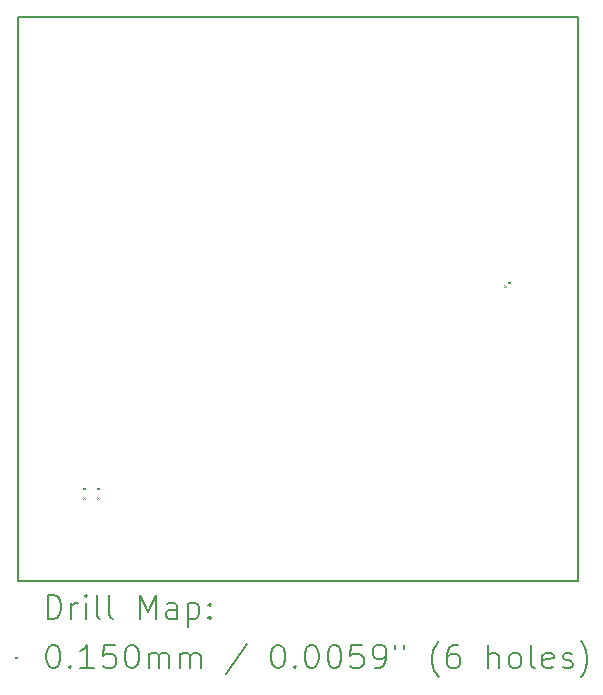
<source format=gbr>
%TF.GenerationSoftware,KiCad,Pcbnew,7.0.9*%
%TF.CreationDate,2023-12-12T21:37:11+00:00*%
%TF.ProjectId,watch_main,77617463-685f-46d6-9169-6e2e6b696361,rev?*%
%TF.SameCoordinates,Original*%
%TF.FileFunction,Drillmap*%
%TF.FilePolarity,Positive*%
%FSLAX45Y45*%
G04 Gerber Fmt 4.5, Leading zero omitted, Abs format (unit mm)*
G04 Created by KiCad (PCBNEW 7.0.9) date 2023-12-12 21:37:11*
%MOMM*%
%LPD*%
G01*
G04 APERTURE LIST*
%ADD10C,0.200000*%
%ADD11C,0.100000*%
G04 APERTURE END LIST*
D10*
X14520000Y-6210000D02*
X19260000Y-6210000D01*
X19260000Y-10980000D01*
X14520000Y-10980000D01*
X14520000Y-6210000D01*
D11*
X15072500Y-10192500D02*
X15087500Y-10207500D01*
X15087500Y-10192500D02*
X15072500Y-10207500D01*
X15072500Y-10272500D02*
X15087500Y-10287500D01*
X15087500Y-10272500D02*
X15072500Y-10287500D01*
X15192500Y-10192500D02*
X15207500Y-10207500D01*
X15207500Y-10192500D02*
X15192500Y-10207500D01*
X15192500Y-10272500D02*
X15207500Y-10287500D01*
X15207500Y-10272500D02*
X15192500Y-10287500D01*
X18636140Y-8478030D02*
X18651140Y-8493030D01*
X18651140Y-8478030D02*
X18636140Y-8493030D01*
X18667500Y-8447500D02*
X18682500Y-8462500D01*
X18682500Y-8447500D02*
X18667500Y-8462500D01*
D10*
X14770777Y-11301484D02*
X14770777Y-11101484D01*
X14770777Y-11101484D02*
X14818396Y-11101484D01*
X14818396Y-11101484D02*
X14846967Y-11111008D01*
X14846967Y-11111008D02*
X14866015Y-11130055D01*
X14866015Y-11130055D02*
X14875539Y-11149103D01*
X14875539Y-11149103D02*
X14885062Y-11187198D01*
X14885062Y-11187198D02*
X14885062Y-11215769D01*
X14885062Y-11215769D02*
X14875539Y-11253865D01*
X14875539Y-11253865D02*
X14866015Y-11272912D01*
X14866015Y-11272912D02*
X14846967Y-11291960D01*
X14846967Y-11291960D02*
X14818396Y-11301484D01*
X14818396Y-11301484D02*
X14770777Y-11301484D01*
X14970777Y-11301484D02*
X14970777Y-11168150D01*
X14970777Y-11206246D02*
X14980301Y-11187198D01*
X14980301Y-11187198D02*
X14989824Y-11177674D01*
X14989824Y-11177674D02*
X15008872Y-11168150D01*
X15008872Y-11168150D02*
X15027920Y-11168150D01*
X15094586Y-11301484D02*
X15094586Y-11168150D01*
X15094586Y-11101484D02*
X15085062Y-11111008D01*
X15085062Y-11111008D02*
X15094586Y-11120531D01*
X15094586Y-11120531D02*
X15104110Y-11111008D01*
X15104110Y-11111008D02*
X15094586Y-11101484D01*
X15094586Y-11101484D02*
X15094586Y-11120531D01*
X15218396Y-11301484D02*
X15199348Y-11291960D01*
X15199348Y-11291960D02*
X15189824Y-11272912D01*
X15189824Y-11272912D02*
X15189824Y-11101484D01*
X15323158Y-11301484D02*
X15304110Y-11291960D01*
X15304110Y-11291960D02*
X15294586Y-11272912D01*
X15294586Y-11272912D02*
X15294586Y-11101484D01*
X15551729Y-11301484D02*
X15551729Y-11101484D01*
X15551729Y-11101484D02*
X15618396Y-11244341D01*
X15618396Y-11244341D02*
X15685062Y-11101484D01*
X15685062Y-11101484D02*
X15685062Y-11301484D01*
X15866015Y-11301484D02*
X15866015Y-11196722D01*
X15866015Y-11196722D02*
X15856491Y-11177674D01*
X15856491Y-11177674D02*
X15837443Y-11168150D01*
X15837443Y-11168150D02*
X15799348Y-11168150D01*
X15799348Y-11168150D02*
X15780301Y-11177674D01*
X15866015Y-11291960D02*
X15846967Y-11301484D01*
X15846967Y-11301484D02*
X15799348Y-11301484D01*
X15799348Y-11301484D02*
X15780301Y-11291960D01*
X15780301Y-11291960D02*
X15770777Y-11272912D01*
X15770777Y-11272912D02*
X15770777Y-11253865D01*
X15770777Y-11253865D02*
X15780301Y-11234817D01*
X15780301Y-11234817D02*
X15799348Y-11225293D01*
X15799348Y-11225293D02*
X15846967Y-11225293D01*
X15846967Y-11225293D02*
X15866015Y-11215769D01*
X15961253Y-11168150D02*
X15961253Y-11368150D01*
X15961253Y-11177674D02*
X15980301Y-11168150D01*
X15980301Y-11168150D02*
X16018396Y-11168150D01*
X16018396Y-11168150D02*
X16037443Y-11177674D01*
X16037443Y-11177674D02*
X16046967Y-11187198D01*
X16046967Y-11187198D02*
X16056491Y-11206246D01*
X16056491Y-11206246D02*
X16056491Y-11263388D01*
X16056491Y-11263388D02*
X16046967Y-11282436D01*
X16046967Y-11282436D02*
X16037443Y-11291960D01*
X16037443Y-11291960D02*
X16018396Y-11301484D01*
X16018396Y-11301484D02*
X15980301Y-11301484D01*
X15980301Y-11301484D02*
X15961253Y-11291960D01*
X16142205Y-11282436D02*
X16151729Y-11291960D01*
X16151729Y-11291960D02*
X16142205Y-11301484D01*
X16142205Y-11301484D02*
X16132682Y-11291960D01*
X16132682Y-11291960D02*
X16142205Y-11282436D01*
X16142205Y-11282436D02*
X16142205Y-11301484D01*
X16142205Y-11177674D02*
X16151729Y-11187198D01*
X16151729Y-11187198D02*
X16142205Y-11196722D01*
X16142205Y-11196722D02*
X16132682Y-11187198D01*
X16132682Y-11187198D02*
X16142205Y-11177674D01*
X16142205Y-11177674D02*
X16142205Y-11196722D01*
D11*
X14495000Y-11622500D02*
X14510000Y-11637500D01*
X14510000Y-11622500D02*
X14495000Y-11637500D01*
D10*
X14808872Y-11521484D02*
X14827920Y-11521484D01*
X14827920Y-11521484D02*
X14846967Y-11531008D01*
X14846967Y-11531008D02*
X14856491Y-11540531D01*
X14856491Y-11540531D02*
X14866015Y-11559579D01*
X14866015Y-11559579D02*
X14875539Y-11597674D01*
X14875539Y-11597674D02*
X14875539Y-11645293D01*
X14875539Y-11645293D02*
X14866015Y-11683388D01*
X14866015Y-11683388D02*
X14856491Y-11702436D01*
X14856491Y-11702436D02*
X14846967Y-11711960D01*
X14846967Y-11711960D02*
X14827920Y-11721484D01*
X14827920Y-11721484D02*
X14808872Y-11721484D01*
X14808872Y-11721484D02*
X14789824Y-11711960D01*
X14789824Y-11711960D02*
X14780301Y-11702436D01*
X14780301Y-11702436D02*
X14770777Y-11683388D01*
X14770777Y-11683388D02*
X14761253Y-11645293D01*
X14761253Y-11645293D02*
X14761253Y-11597674D01*
X14761253Y-11597674D02*
X14770777Y-11559579D01*
X14770777Y-11559579D02*
X14780301Y-11540531D01*
X14780301Y-11540531D02*
X14789824Y-11531008D01*
X14789824Y-11531008D02*
X14808872Y-11521484D01*
X14961253Y-11702436D02*
X14970777Y-11711960D01*
X14970777Y-11711960D02*
X14961253Y-11721484D01*
X14961253Y-11721484D02*
X14951729Y-11711960D01*
X14951729Y-11711960D02*
X14961253Y-11702436D01*
X14961253Y-11702436D02*
X14961253Y-11721484D01*
X15161253Y-11721484D02*
X15046967Y-11721484D01*
X15104110Y-11721484D02*
X15104110Y-11521484D01*
X15104110Y-11521484D02*
X15085062Y-11550055D01*
X15085062Y-11550055D02*
X15066015Y-11569103D01*
X15066015Y-11569103D02*
X15046967Y-11578627D01*
X15342205Y-11521484D02*
X15246967Y-11521484D01*
X15246967Y-11521484D02*
X15237443Y-11616722D01*
X15237443Y-11616722D02*
X15246967Y-11607198D01*
X15246967Y-11607198D02*
X15266015Y-11597674D01*
X15266015Y-11597674D02*
X15313634Y-11597674D01*
X15313634Y-11597674D02*
X15332682Y-11607198D01*
X15332682Y-11607198D02*
X15342205Y-11616722D01*
X15342205Y-11616722D02*
X15351729Y-11635769D01*
X15351729Y-11635769D02*
X15351729Y-11683388D01*
X15351729Y-11683388D02*
X15342205Y-11702436D01*
X15342205Y-11702436D02*
X15332682Y-11711960D01*
X15332682Y-11711960D02*
X15313634Y-11721484D01*
X15313634Y-11721484D02*
X15266015Y-11721484D01*
X15266015Y-11721484D02*
X15246967Y-11711960D01*
X15246967Y-11711960D02*
X15237443Y-11702436D01*
X15475539Y-11521484D02*
X15494586Y-11521484D01*
X15494586Y-11521484D02*
X15513634Y-11531008D01*
X15513634Y-11531008D02*
X15523158Y-11540531D01*
X15523158Y-11540531D02*
X15532682Y-11559579D01*
X15532682Y-11559579D02*
X15542205Y-11597674D01*
X15542205Y-11597674D02*
X15542205Y-11645293D01*
X15542205Y-11645293D02*
X15532682Y-11683388D01*
X15532682Y-11683388D02*
X15523158Y-11702436D01*
X15523158Y-11702436D02*
X15513634Y-11711960D01*
X15513634Y-11711960D02*
X15494586Y-11721484D01*
X15494586Y-11721484D02*
X15475539Y-11721484D01*
X15475539Y-11721484D02*
X15456491Y-11711960D01*
X15456491Y-11711960D02*
X15446967Y-11702436D01*
X15446967Y-11702436D02*
X15437443Y-11683388D01*
X15437443Y-11683388D02*
X15427920Y-11645293D01*
X15427920Y-11645293D02*
X15427920Y-11597674D01*
X15427920Y-11597674D02*
X15437443Y-11559579D01*
X15437443Y-11559579D02*
X15446967Y-11540531D01*
X15446967Y-11540531D02*
X15456491Y-11531008D01*
X15456491Y-11531008D02*
X15475539Y-11521484D01*
X15627920Y-11721484D02*
X15627920Y-11588150D01*
X15627920Y-11607198D02*
X15637443Y-11597674D01*
X15637443Y-11597674D02*
X15656491Y-11588150D01*
X15656491Y-11588150D02*
X15685063Y-11588150D01*
X15685063Y-11588150D02*
X15704110Y-11597674D01*
X15704110Y-11597674D02*
X15713634Y-11616722D01*
X15713634Y-11616722D02*
X15713634Y-11721484D01*
X15713634Y-11616722D02*
X15723158Y-11597674D01*
X15723158Y-11597674D02*
X15742205Y-11588150D01*
X15742205Y-11588150D02*
X15770777Y-11588150D01*
X15770777Y-11588150D02*
X15789824Y-11597674D01*
X15789824Y-11597674D02*
X15799348Y-11616722D01*
X15799348Y-11616722D02*
X15799348Y-11721484D01*
X15894586Y-11721484D02*
X15894586Y-11588150D01*
X15894586Y-11607198D02*
X15904110Y-11597674D01*
X15904110Y-11597674D02*
X15923158Y-11588150D01*
X15923158Y-11588150D02*
X15951729Y-11588150D01*
X15951729Y-11588150D02*
X15970777Y-11597674D01*
X15970777Y-11597674D02*
X15980301Y-11616722D01*
X15980301Y-11616722D02*
X15980301Y-11721484D01*
X15980301Y-11616722D02*
X15989824Y-11597674D01*
X15989824Y-11597674D02*
X16008872Y-11588150D01*
X16008872Y-11588150D02*
X16037443Y-11588150D01*
X16037443Y-11588150D02*
X16056491Y-11597674D01*
X16056491Y-11597674D02*
X16066015Y-11616722D01*
X16066015Y-11616722D02*
X16066015Y-11721484D01*
X16456491Y-11511960D02*
X16285063Y-11769103D01*
X16713634Y-11521484D02*
X16732682Y-11521484D01*
X16732682Y-11521484D02*
X16751729Y-11531008D01*
X16751729Y-11531008D02*
X16761253Y-11540531D01*
X16761253Y-11540531D02*
X16770777Y-11559579D01*
X16770777Y-11559579D02*
X16780301Y-11597674D01*
X16780301Y-11597674D02*
X16780301Y-11645293D01*
X16780301Y-11645293D02*
X16770777Y-11683388D01*
X16770777Y-11683388D02*
X16761253Y-11702436D01*
X16761253Y-11702436D02*
X16751729Y-11711960D01*
X16751729Y-11711960D02*
X16732682Y-11721484D01*
X16732682Y-11721484D02*
X16713634Y-11721484D01*
X16713634Y-11721484D02*
X16694586Y-11711960D01*
X16694586Y-11711960D02*
X16685063Y-11702436D01*
X16685063Y-11702436D02*
X16675539Y-11683388D01*
X16675539Y-11683388D02*
X16666015Y-11645293D01*
X16666015Y-11645293D02*
X16666015Y-11597674D01*
X16666015Y-11597674D02*
X16675539Y-11559579D01*
X16675539Y-11559579D02*
X16685063Y-11540531D01*
X16685063Y-11540531D02*
X16694586Y-11531008D01*
X16694586Y-11531008D02*
X16713634Y-11521484D01*
X16866015Y-11702436D02*
X16875539Y-11711960D01*
X16875539Y-11711960D02*
X16866015Y-11721484D01*
X16866015Y-11721484D02*
X16856491Y-11711960D01*
X16856491Y-11711960D02*
X16866015Y-11702436D01*
X16866015Y-11702436D02*
X16866015Y-11721484D01*
X16999348Y-11521484D02*
X17018396Y-11521484D01*
X17018396Y-11521484D02*
X17037444Y-11531008D01*
X17037444Y-11531008D02*
X17046968Y-11540531D01*
X17046968Y-11540531D02*
X17056491Y-11559579D01*
X17056491Y-11559579D02*
X17066015Y-11597674D01*
X17066015Y-11597674D02*
X17066015Y-11645293D01*
X17066015Y-11645293D02*
X17056491Y-11683388D01*
X17056491Y-11683388D02*
X17046968Y-11702436D01*
X17046968Y-11702436D02*
X17037444Y-11711960D01*
X17037444Y-11711960D02*
X17018396Y-11721484D01*
X17018396Y-11721484D02*
X16999348Y-11721484D01*
X16999348Y-11721484D02*
X16980301Y-11711960D01*
X16980301Y-11711960D02*
X16970777Y-11702436D01*
X16970777Y-11702436D02*
X16961253Y-11683388D01*
X16961253Y-11683388D02*
X16951729Y-11645293D01*
X16951729Y-11645293D02*
X16951729Y-11597674D01*
X16951729Y-11597674D02*
X16961253Y-11559579D01*
X16961253Y-11559579D02*
X16970777Y-11540531D01*
X16970777Y-11540531D02*
X16980301Y-11531008D01*
X16980301Y-11531008D02*
X16999348Y-11521484D01*
X17189825Y-11521484D02*
X17208872Y-11521484D01*
X17208872Y-11521484D02*
X17227920Y-11531008D01*
X17227920Y-11531008D02*
X17237444Y-11540531D01*
X17237444Y-11540531D02*
X17246968Y-11559579D01*
X17246968Y-11559579D02*
X17256491Y-11597674D01*
X17256491Y-11597674D02*
X17256491Y-11645293D01*
X17256491Y-11645293D02*
X17246968Y-11683388D01*
X17246968Y-11683388D02*
X17237444Y-11702436D01*
X17237444Y-11702436D02*
X17227920Y-11711960D01*
X17227920Y-11711960D02*
X17208872Y-11721484D01*
X17208872Y-11721484D02*
X17189825Y-11721484D01*
X17189825Y-11721484D02*
X17170777Y-11711960D01*
X17170777Y-11711960D02*
X17161253Y-11702436D01*
X17161253Y-11702436D02*
X17151729Y-11683388D01*
X17151729Y-11683388D02*
X17142206Y-11645293D01*
X17142206Y-11645293D02*
X17142206Y-11597674D01*
X17142206Y-11597674D02*
X17151729Y-11559579D01*
X17151729Y-11559579D02*
X17161253Y-11540531D01*
X17161253Y-11540531D02*
X17170777Y-11531008D01*
X17170777Y-11531008D02*
X17189825Y-11521484D01*
X17437444Y-11521484D02*
X17342206Y-11521484D01*
X17342206Y-11521484D02*
X17332682Y-11616722D01*
X17332682Y-11616722D02*
X17342206Y-11607198D01*
X17342206Y-11607198D02*
X17361253Y-11597674D01*
X17361253Y-11597674D02*
X17408872Y-11597674D01*
X17408872Y-11597674D02*
X17427920Y-11607198D01*
X17427920Y-11607198D02*
X17437444Y-11616722D01*
X17437444Y-11616722D02*
X17446968Y-11635769D01*
X17446968Y-11635769D02*
X17446968Y-11683388D01*
X17446968Y-11683388D02*
X17437444Y-11702436D01*
X17437444Y-11702436D02*
X17427920Y-11711960D01*
X17427920Y-11711960D02*
X17408872Y-11721484D01*
X17408872Y-11721484D02*
X17361253Y-11721484D01*
X17361253Y-11721484D02*
X17342206Y-11711960D01*
X17342206Y-11711960D02*
X17332682Y-11702436D01*
X17542206Y-11721484D02*
X17580301Y-11721484D01*
X17580301Y-11721484D02*
X17599349Y-11711960D01*
X17599349Y-11711960D02*
X17608872Y-11702436D01*
X17608872Y-11702436D02*
X17627920Y-11673865D01*
X17627920Y-11673865D02*
X17637444Y-11635769D01*
X17637444Y-11635769D02*
X17637444Y-11559579D01*
X17637444Y-11559579D02*
X17627920Y-11540531D01*
X17627920Y-11540531D02*
X17618396Y-11531008D01*
X17618396Y-11531008D02*
X17599349Y-11521484D01*
X17599349Y-11521484D02*
X17561253Y-11521484D01*
X17561253Y-11521484D02*
X17542206Y-11531008D01*
X17542206Y-11531008D02*
X17532682Y-11540531D01*
X17532682Y-11540531D02*
X17523158Y-11559579D01*
X17523158Y-11559579D02*
X17523158Y-11607198D01*
X17523158Y-11607198D02*
X17532682Y-11626246D01*
X17532682Y-11626246D02*
X17542206Y-11635769D01*
X17542206Y-11635769D02*
X17561253Y-11645293D01*
X17561253Y-11645293D02*
X17599349Y-11645293D01*
X17599349Y-11645293D02*
X17618396Y-11635769D01*
X17618396Y-11635769D02*
X17627920Y-11626246D01*
X17627920Y-11626246D02*
X17637444Y-11607198D01*
X17713634Y-11521484D02*
X17713634Y-11559579D01*
X17789825Y-11521484D02*
X17789825Y-11559579D01*
X18085063Y-11797674D02*
X18075539Y-11788150D01*
X18075539Y-11788150D02*
X18056491Y-11759579D01*
X18056491Y-11759579D02*
X18046968Y-11740531D01*
X18046968Y-11740531D02*
X18037444Y-11711960D01*
X18037444Y-11711960D02*
X18027920Y-11664341D01*
X18027920Y-11664341D02*
X18027920Y-11626246D01*
X18027920Y-11626246D02*
X18037444Y-11578627D01*
X18037444Y-11578627D02*
X18046968Y-11550055D01*
X18046968Y-11550055D02*
X18056491Y-11531008D01*
X18056491Y-11531008D02*
X18075539Y-11502436D01*
X18075539Y-11502436D02*
X18085063Y-11492912D01*
X18246968Y-11521484D02*
X18208872Y-11521484D01*
X18208872Y-11521484D02*
X18189825Y-11531008D01*
X18189825Y-11531008D02*
X18180301Y-11540531D01*
X18180301Y-11540531D02*
X18161253Y-11569103D01*
X18161253Y-11569103D02*
X18151730Y-11607198D01*
X18151730Y-11607198D02*
X18151730Y-11683388D01*
X18151730Y-11683388D02*
X18161253Y-11702436D01*
X18161253Y-11702436D02*
X18170777Y-11711960D01*
X18170777Y-11711960D02*
X18189825Y-11721484D01*
X18189825Y-11721484D02*
X18227920Y-11721484D01*
X18227920Y-11721484D02*
X18246968Y-11711960D01*
X18246968Y-11711960D02*
X18256491Y-11702436D01*
X18256491Y-11702436D02*
X18266015Y-11683388D01*
X18266015Y-11683388D02*
X18266015Y-11635769D01*
X18266015Y-11635769D02*
X18256491Y-11616722D01*
X18256491Y-11616722D02*
X18246968Y-11607198D01*
X18246968Y-11607198D02*
X18227920Y-11597674D01*
X18227920Y-11597674D02*
X18189825Y-11597674D01*
X18189825Y-11597674D02*
X18170777Y-11607198D01*
X18170777Y-11607198D02*
X18161253Y-11616722D01*
X18161253Y-11616722D02*
X18151730Y-11635769D01*
X18504111Y-11721484D02*
X18504111Y-11521484D01*
X18589825Y-11721484D02*
X18589825Y-11616722D01*
X18589825Y-11616722D02*
X18580301Y-11597674D01*
X18580301Y-11597674D02*
X18561253Y-11588150D01*
X18561253Y-11588150D02*
X18532682Y-11588150D01*
X18532682Y-11588150D02*
X18513634Y-11597674D01*
X18513634Y-11597674D02*
X18504111Y-11607198D01*
X18713634Y-11721484D02*
X18694587Y-11711960D01*
X18694587Y-11711960D02*
X18685063Y-11702436D01*
X18685063Y-11702436D02*
X18675539Y-11683388D01*
X18675539Y-11683388D02*
X18675539Y-11626246D01*
X18675539Y-11626246D02*
X18685063Y-11607198D01*
X18685063Y-11607198D02*
X18694587Y-11597674D01*
X18694587Y-11597674D02*
X18713634Y-11588150D01*
X18713634Y-11588150D02*
X18742206Y-11588150D01*
X18742206Y-11588150D02*
X18761253Y-11597674D01*
X18761253Y-11597674D02*
X18770777Y-11607198D01*
X18770777Y-11607198D02*
X18780301Y-11626246D01*
X18780301Y-11626246D02*
X18780301Y-11683388D01*
X18780301Y-11683388D02*
X18770777Y-11702436D01*
X18770777Y-11702436D02*
X18761253Y-11711960D01*
X18761253Y-11711960D02*
X18742206Y-11721484D01*
X18742206Y-11721484D02*
X18713634Y-11721484D01*
X18894587Y-11721484D02*
X18875539Y-11711960D01*
X18875539Y-11711960D02*
X18866015Y-11692912D01*
X18866015Y-11692912D02*
X18866015Y-11521484D01*
X19046968Y-11711960D02*
X19027920Y-11721484D01*
X19027920Y-11721484D02*
X18989825Y-11721484D01*
X18989825Y-11721484D02*
X18970777Y-11711960D01*
X18970777Y-11711960D02*
X18961253Y-11692912D01*
X18961253Y-11692912D02*
X18961253Y-11616722D01*
X18961253Y-11616722D02*
X18970777Y-11597674D01*
X18970777Y-11597674D02*
X18989825Y-11588150D01*
X18989825Y-11588150D02*
X19027920Y-11588150D01*
X19027920Y-11588150D02*
X19046968Y-11597674D01*
X19046968Y-11597674D02*
X19056492Y-11616722D01*
X19056492Y-11616722D02*
X19056492Y-11635769D01*
X19056492Y-11635769D02*
X18961253Y-11654817D01*
X19132682Y-11711960D02*
X19151730Y-11721484D01*
X19151730Y-11721484D02*
X19189825Y-11721484D01*
X19189825Y-11721484D02*
X19208873Y-11711960D01*
X19208873Y-11711960D02*
X19218396Y-11692912D01*
X19218396Y-11692912D02*
X19218396Y-11683388D01*
X19218396Y-11683388D02*
X19208873Y-11664341D01*
X19208873Y-11664341D02*
X19189825Y-11654817D01*
X19189825Y-11654817D02*
X19161253Y-11654817D01*
X19161253Y-11654817D02*
X19142206Y-11645293D01*
X19142206Y-11645293D02*
X19132682Y-11626246D01*
X19132682Y-11626246D02*
X19132682Y-11616722D01*
X19132682Y-11616722D02*
X19142206Y-11597674D01*
X19142206Y-11597674D02*
X19161253Y-11588150D01*
X19161253Y-11588150D02*
X19189825Y-11588150D01*
X19189825Y-11588150D02*
X19208873Y-11597674D01*
X19285063Y-11797674D02*
X19294587Y-11788150D01*
X19294587Y-11788150D02*
X19313634Y-11759579D01*
X19313634Y-11759579D02*
X19323158Y-11740531D01*
X19323158Y-11740531D02*
X19332682Y-11711960D01*
X19332682Y-11711960D02*
X19342206Y-11664341D01*
X19342206Y-11664341D02*
X19342206Y-11626246D01*
X19342206Y-11626246D02*
X19332682Y-11578627D01*
X19332682Y-11578627D02*
X19323158Y-11550055D01*
X19323158Y-11550055D02*
X19313634Y-11531008D01*
X19313634Y-11531008D02*
X19294587Y-11502436D01*
X19294587Y-11502436D02*
X19285063Y-11492912D01*
M02*

</source>
